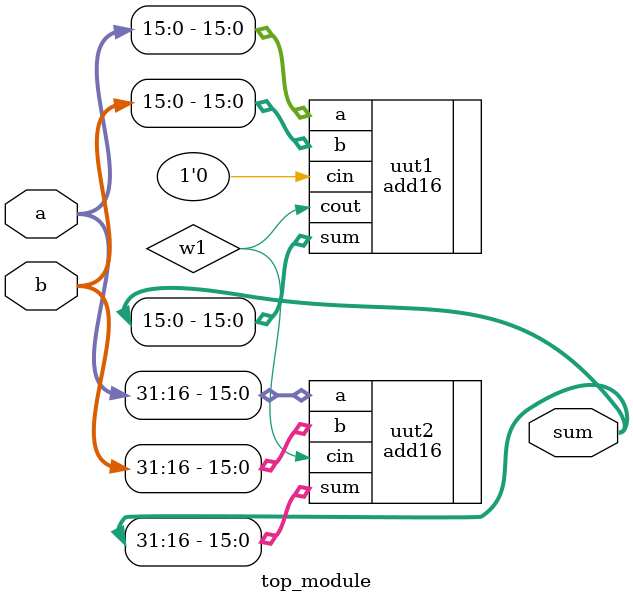
<source format=v>
module top_module(
    input [31:0] a,
    input [31:0] b,
    output [31:0] sum
);
    wire w1;
    add16 uut1(.a(a[15:0]),.b(b[15:0]),.sum(sum[15:0]),.cin(1'b0),.cout(w1));
    add16 uut2(.a(a[31:16]),.b(b[31:16]),.sum(sum[31:16]),.cin(w1));

endmodule
</source>
